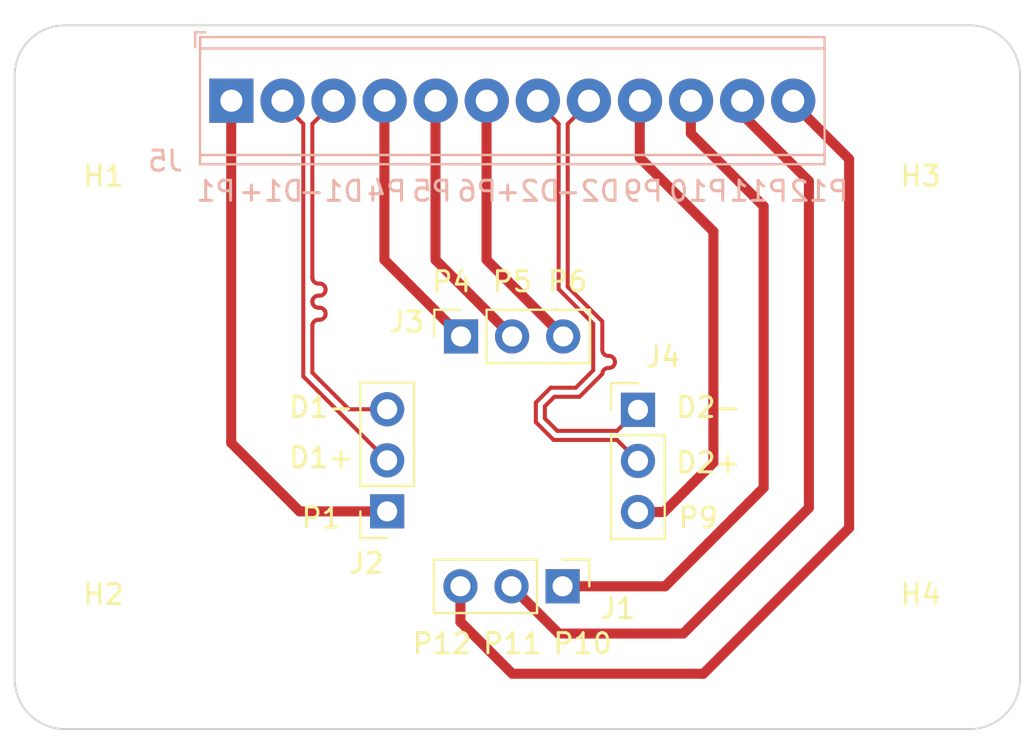
<source format=kicad_pcb>
(kicad_pcb (version 20211014) (generator pcbnew)
  (layers (0 "F.Cu" signal) (31 "B.Cu" signal) (34 "B.Paste" user) (35 "F.Paste" user) (36 "B.SilkS" user "B.Silkscreen") (37 "F.SilkS" user "F.Silkscreen") (38 "B.Mask" user) (39 "F.Mask" user) (44 "Edge.Cuts" user))
  (net 0 "")
  (net 1 "Pin10")
  (net 2 "Pin11")
  (net 3 "Pin12")
  (net 4 "Pin1")
  (net 5 "/D1+")
  (net 6 "/D1-")
  (net 7 "Pin4")
  (net 8 "Pin5")
  (net 9 "Pin6")
  (net 10 "/D2+")
  (net 11 "/D2-")
  (net 12 "Pin9")
  (footprint "MountingHole:MountingHole_2.5mm" (layer "F.Cu") (at 162.56 114.3)
    (fp_text reference "H4" (at 0 -3.5) (layer "F.SilkS"))
    (fp_text value "MountingHole")
    (pad "" np_thru_hole circle (at 0 0) (size 2.5 2.5) (drill 2.5) (layers *.Cu *.Mask))
  )
  (footprint "MountingHole:MountingHole_2.5mm" (layer "F.Cu") (at 162.56 86.36)
    (fp_text reference "H3" (at 0 3.64) (layer "F.SilkS"))
    (fp_text value "MountingHole")
    (pad "" np_thru_hole circle (at 0 0) (size 2.5 2.5) (drill 2.5) (layers *.Cu *.Mask))
  )
  (footprint "MountingHole:MountingHole_2.5mm" (layer "F.Cu") (at 121.92 114.3)
    (fp_text reference "H2" (at 0 -3.5) (layer "F.SilkS"))
    (fp_text value "MountingHole")
    (pad "" np_thru_hole circle (at 0 0) (size 2.5 2.5) (drill 2.5) (layers *.Cu *.Mask))
  )
  (footprint "MountingHole:MountingHole_2.5mm" (layer "F.Cu") (at 121.92 86.36)
    (fp_text reference "H1" (at 0 3.64) (layer "F.SilkS"))
    (fp_text value "MountingHole")
    (pad "" np_thru_hole circle (at 0 0) (size 2.5 2.5) (drill 2.5) (layers *.Cu *.Mask))
  )
  (footprint "Connector_PinSocket_2.54mm:PinSocket_1x03_P2.54mm_Vertical" (layer "F.Cu") (at 136.025 106.675 180)
    (fp_text reference "J2" (at 1.025 -2.575) (layer "F.SilkS"))
    (fp_text value "Conn_01x03")
    (fp_line (start -1.33 1.27) (end 1.33 1.27) (layer "F.SilkS") (width 0.12))
    (fp_line (start 1.33 1.27) (end 1.33 6.41) (layer "F.SilkS") (width 0.12))
    (fp_line (start -1.33 1.27) (end -1.33 6.41) (layer "F.SilkS") (width 0.12))
    (fp_line (start 0 -1.33) (end 1.33 -1.33) (layer "F.SilkS") (width 0.12))
    (fp_line (start -1.33 6.41) (end 1.33 6.41) (layer "F.SilkS") (width 0.12))
    (fp_line (start 1.33 -1.33) (end 1.33 0) (layer "F.SilkS") (width 0.12))
    (pad "1" thru_hole rect (at 0 0 180) (size 1.7 1.7) (drill 1) (layers *.Cu *.Mask) (net 4 "Pin1"))
    (pad "2" thru_hole oval (at 0 2.54 180) (size 1.7 1.7) (drill 1) (layers *.Cu *.Mask) (net 5 "/D1+"))
    (pad "3" thru_hole oval (at 0 5.08 180) (size 1.7 1.7) (drill 1) (layers *.Cu *.Mask) (net 6 "/D1-"))
  )
  (footprint "Connector_PinHeader_2.54mm:PinHeader_1x03_P2.54mm_Vertical" (layer "F.Cu") (at 144.75 110.4 -90)
    (fp_text reference "J1" (at 1.1 -2.75 180) (layer "F.SilkS"))
    (fp_text value "Conn_01x03")
    (fp_line (start 1.33 1.27) (end 1.33 6.41) (layer "F.SilkS") (width 0.12))
    (fp_line (start -1.33 -1.33) (end 0 -1.33) (layer "F.SilkS") (width 0.12))
    (fp_line (start -1.33 1.27) (end 1.33 1.27) (layer "F.SilkS") (width 0.12))
    (fp_line (start -1.33 1.27) (end -1.33 6.41) (layer "F.SilkS") (width 0.12))
    (fp_line (start -1.33 0) (end -1.33 -1.33) (layer "F.SilkS") (width 0.12))
    (fp_line (start -1.33 6.41) (end 1.33 6.41) (layer "F.SilkS") (width 0.12))
    (pad "1" thru_hole rect (at 0 0 270) (size 1.7 1.7) (drill 1) (layers *.Cu *.Mask) (net 1 "Pin10"))
    (pad "2" thru_hole oval (at 0 2.54 270) (size 1.7 1.7) (drill 1) (layers *.Cu *.Mask) (net 2 "Pin11"))
    (pad "3" thru_hole oval (at 0 5.08 270) (size 1.7 1.7) (drill 1) (layers *.Cu *.Mask) (net 3 "Pin12"))
  )
  (footprint "Connector_PinHeader_2.54mm:PinHeader_1x03_P2.54mm_Vertical" (layer "F.Cu") (at 148.5 101.625)
    (fp_text reference "J4" (at 1.25 -2.625 180) (layer "F.SilkS"))
    (fp_text value "Conn_01x03")
    (fp_line (start -1.33 6.41) (end 1.33 6.41) (layer "F.SilkS") (width 0.12))
    (fp_line (start -1.33 -1.33) (end 0 -1.33) (layer "F.SilkS") (width 0.12))
    (fp_line (start -1.33 0) (end -1.33 -1.33) (layer "F.SilkS") (width 0.12))
    (fp_line (start -1.33 1.27) (end -1.33 6.41) (layer "F.SilkS") (width 0.12))
    (fp_line (start 1.33 1.27) (end 1.33 6.41) (layer "F.SilkS") (width 0.12))
    (fp_line (start -1.33 1.27) (end 1.33 1.27) (layer "F.SilkS") (width 0.12))
    (pad "1" thru_hole rect (at 0 0) (size 1.7 1.7) (drill 1) (layers *.Cu *.Mask) (net 11 "/D2-"))
    (pad "2" thru_hole oval (at 0 2.54) (size 1.7 1.7) (drill 1) (layers *.Cu *.Mask) (net 10 "/D2+"))
    (pad "3" thru_hole oval (at 0 5.08) (size 1.7 1.7) (drill 1) (layers *.Cu *.Mask) (net 12 "Pin9"))
  )
  (footprint "Connector_PinSocket_2.54mm:PinSocket_1x03_P2.54mm_Vertical" (layer "F.Cu") (at 139.7 97.975 90)
    (fp_text reference "J3" (at 0.725 -2.7 180) (layer "F.SilkS"))
    (fp_text value "Conn_01x03")
    (fp_line (start 1.33 -1.33) (end 1.33 0) (layer "F.SilkS") (width 0.12))
    (fp_line (start 0 -1.33) (end 1.33 -1.33) (layer "F.SilkS") (width 0.12))
    (fp_line (start -1.33 6.41) (end 1.33 6.41) (layer "F.SilkS") (width 0.12))
    (fp_line (start 1.33 1.27) (end 1.33 6.41) (layer "F.SilkS") (width 0.12))
    (fp_line (start -1.33 1.27) (end -1.33 6.41) (layer "F.SilkS") (width 0.12))
    (fp_line (start -1.33 1.27) (end 1.33 1.27) (layer "F.SilkS") (width 0.12))
    (pad "1" thru_hole rect (at 0 0 90) (size 1.7 1.7) (drill 1) (layers *.Cu *.Mask) (net 7 "Pin4"))
    (pad "2" thru_hole oval (at 0 2.54 90) (size 1.7 1.7) (drill 1) (layers *.Cu *.Mask) (net 8 "Pin5"))
    (pad "3" thru_hole oval (at 0 5.08 90) (size 1.7 1.7) (drill 1) (layers *.Cu *.Mask) (net 9 "Pin6"))
  )
  (footprint "TerminalBlock_Phoenix:TerminalBlock_Phoenix_MPT-0,5-12-2.54_1x12_P2.54mm_Horizontal" (layer "B.Cu") (at 128.28 86.25)
    (fp_text reference "J5" (at -3.28 3) (layer "B.SilkS") (effects (justify mirror)))
    (fp_text value "Conn_01x12")
    (fp_line (start -1.56 3.16) (end -1.56 -3.16) (layer "B.SilkS") (width 0.12))
    (fp_line (start -1.8 -2.66) (end -1.8 -3.4) (layer "B.SilkS") (width 0.12))
    (fp_line (start -1.56 2.7) (end 29.501 2.7) (layer "B.SilkS") (width 0.12))
    (fp_line (start -1.56 -3.16) (end 29.501 -3.16) (layer "B.SilkS") (width 0.12))
    (fp_line (start -1.8 -3.4) (end -1.3 -3.4) (layer "B.SilkS") (width 0.12))
    (fp_line (start -1.56 -2.6) (end 29.501 -2.6) (layer "B.SilkS") (width 0.12))
    (fp_line (start 29.501 3.16) (end 29.501 -3.16) (layer "B.SilkS") (width 0.12))
    (fp_line (start -1.56 3.16) (end 29.501 3.16) (layer "B.SilkS") (width 0.12))
    (pad "1" thru_hole rect (at 0 0) (size 2.2 2.2) (drill 1.1) (layers *.Cu *.Mask) (net 4 "Pin1"))
    (pad "2" thru_hole circle (at 2.54 0) (size 2.2 2.2) (drill 1.1) (layers *.Cu *.Mask) (net 5 "/D1+"))
    (pad "3" thru_hole circle (at 5.08 0) (size 2.2 2.2) (drill 1.1) (layers *.Cu *.Mask) (net 6 "/D1-"))
    (pad "4" thru_hole circle (at 7.62 0) (size 2.2 2.2) (drill 1.1) (layers *.Cu *.Mask) (net 7 "Pin4"))
    (pad "5" thru_hole circle (at 10.16 0) (size 2.2 2.2) (drill 1.1) (layers *.Cu *.Mask) (net 8 "Pin5"))
    (pad "6" thru_hole circle (at 12.7 0) (size 2.2 2.2) (drill 1.1) (layers *.Cu *.Mask) (net 9 "Pin6"))
    (pad "7" thru_hole circle (at 15.24 0) (size 2.2 2.2) (drill 1.1) (layers *.Cu *.Mask) (net 10 "/D2+"))
    (pad "8" thru_hole circle (at 17.78 0) (size 2.2 2.2) (drill 1.1) (layers *.Cu *.Mask) (net 11 "/D2-"))
    (pad "9" thru_hole circle (at 20.32 0) (size 2.2 2.2) (drill 1.1) (layers *.Cu *.Mask) (net 12 "Pin9"))
    (pad "10" thru_hole circle (at 22.86 0) (size 2.2 2.2) (drill 1.1) (layers *.Cu *.Mask) (net 1 "Pin10"))
    (pad "11" thru_hole circle (at 25.4 0) (size 2.2 2.2) (drill 1.1) (layers *.Cu *.Mask) (net 2 "Pin11"))
    (pad "12" thru_hole circle (at 27.94 0) (size 2.2 2.2) (drill 1.1) (layers *.Cu *.Mask) (net 3 "Pin12"))
  )
  (gr_line (start 117.5 115) (end 117.5 85) (layer "Edge.Cuts") (width 0.1))
  (gr_arc (start 167.5 115) (mid 166.767767 116.767767) (end 165 117.5) (layer "Edge.Cuts") (width 0.1))
  (gr_arc (start 165 82.5) (mid 166.767767 83.232233) (end 167.5 85) (layer "Edge.Cuts") (width 0.1))
  (gr_line (start 167.5 85) (end 167.5 115) (layer "Edge.Cuts") (width 0.1))
  (gr_line (start 120 82.5) (end 165 82.5) (layer "Edge.Cuts") (width 0.1))
  (gr_line (start 165 117.5) (end 120 117.5) (layer "Edge.Cuts") (width 0.1))
  (gr_arc (start 117.5 85) (mid 118.232233 83.232233) (end 120 82.5) (layer "Edge.Cuts") (width 0.1))
  (gr_arc (start 120 117.5) (mid 118.232233 116.767767) (end 117.5 115) (layer "Edge.Cuts") (width 0.1))
  (gr_text "P9" (at 148.75 90.75) (layer "B.SilkS") (effects (font (size 1 1)) (justify mirror)))
  (gr_text "D1+" (at 130.25 90.75) (layer "B.SilkS") (effects (font (size 1 1)) (justify mirror)))
  (gr_text "D2+" (at 143 90.75) (layer "B.SilkS") (effects (font (size 1 1)) (justify mirror)))
  (gr_text "D1-" (at 133.25 90.75) (layer "B.SilkS") (effects (font (size 1 1)) (justify mirror)))
  (gr_text "P10" (at 151.5 90.75) (layer "B.SilkS") (effects (font (size 1 1)) (justify mirror)))
  (gr_text "D2-" (at 146 90.75) (layer "B.SilkS") (effects (font (size 1 1)) (justify mirror)))
  (gr_text "P1" (at 127.5 90.75) (layer "B.SilkS") (effects (font (size 1 1)) (justify mirror)))
  (gr_text "P6" (at 140.5 90.75) (layer "B.SilkS") (effects (font (size 1 1)) (justify mirror)))
  (gr_text "P4" (at 136 90.75) (layer "B.SilkS") (effects (font (size 1 1)) (justify mirror)))
  (gr_text "P12" (at 157.5 90.75) (layer "B.SilkS") (effects (font (size 1 1)) (justify mirror)))
  (gr_text "P11" (at 154.5 90.75) (layer "B.SilkS") (effects (font (size 1 1)) (justify mirror)))
  (gr_text "P5" (at 138.25 90.75) (layer "B.SilkS") (effects (font (size 1 1)) (justify mirror)))
  (gr_text "P1" (at 132.75 107) (layer "F.SilkS") (effects (font (size 1 1))))
  (gr_text "P5" (at 142.25 95.25) (layer "F.SilkS") (effects (font (size 1 1))))
  (gr_text "D2-" (at 152 101.5) (layer "F.SilkS") (effects (font (size 1 1))))
  (gr_text "P10" (at 145.75 113.25) (layer "F.SilkS") (effects (font (size 1 1))))
  (gr_text "P9" (at 151.5 107) (layer "F.SilkS") (effects (font (size 1 1))))
  (gr_text "D1-" (at 132.75 101.5) (layer "F.SilkS") (effects (font (size 1 1))))
  (gr_text "P12" (at 138.75 113.25) (layer "F.SilkS") (effects (font (size 1 1))))
  (gr_text "D1+" (at 132.75 104) (layer "F.SilkS") (effects (font (size 1 1))))
  (gr_text "P11" (at 142.25 113.25) (layer "F.SilkS") (effects (font (size 1 1))))
  (gr_text "P6" (at 145 95.25) (layer "F.SilkS") (effects (font (size 1 1))))
  (gr_text "D2+" (at 152 104.25) (layer "F.SilkS") (effects (font (size 1 1))))
  (gr_text "P4" (at 139.25 95.25) (layer "F.SilkS") (effects (font (size 1 1))))
  (segment (start 149.85 110.4) (end 154.75 105.5) (width 0.5) (layer "F.Cu") (net 1))
  (segment (start 154.75 105.5) (end 154.75 91.5) (width 0.5) (layer "F.Cu") (net 1))
  (segment (start 154.75 91.5) (end 151.13 87.88) (width 0.5) (layer "F.Cu") (net 1))
  (segment (start 144.75 110.4) (end 149.85 110.4) (width 0.5) (layer "F.Cu") (net 1))
  (segment (start 151.13 87.88) (end 151.13 86.36) (width 0.5) (layer "F.Cu") (net 1))
  (segment (start 150.75 112.75) (end 157 106.5) (width 0.5) (layer "F.Cu") (net 2))
  (segment (start 144.56 112.75) (end 150.75 112.75) (width 0.5) (layer "F.Cu") (net 2))
  (segment (start 157 106.5) (end 157 90.25) (width 0.5) (layer "F.Cu") (net 2))
  (segment (start 142.21 110.4) (end 144.56 112.75) (width 0.5) (layer "F.Cu") (net 2))
  (segment (start 157 90.25) (end 153.67 86.92) (width 0.5) (layer "F.Cu") (net 2))
  (segment (start 153.67 86.92) (end 153.67 86.36) (width 0.5) (layer "F.Cu") (net 2))
  (segment (start 139.67 112.17) (end 139.67 110.4) (width 0.5) (layer "F.Cu") (net 3))
  (segment (start 159 89.15) (end 159 107.5) (width 0.5) (layer "F.Cu") (net 3))
  (segment (start 156.21 86.36) (end 159 89.15) (width 0.5) (layer "F.Cu") (net 3))
  (segment (start 151.75 114.75) (end 142.25 114.75) (width 0.5) (layer "F.Cu") (net 3))
  (segment (start 142.25 114.75) (end 139.67 112.17) (width 0.5) (layer "F.Cu") (net 3))
  (segment (start 159 107.5) (end 151.75 114.75) (width 0.5) (layer "F.Cu") (net 3))
  (segment (start 128.27 103.27) (end 131.675 106.675) (width 0.5) (layer "F.Cu") (net 4))
  (segment (start 128.27 86.36) (end 128.27 103.27) (width 0.5) (layer "F.Cu") (net 4))
  (segment (start 131.675 106.675) (end 136.025 106.675) (width 0.5) (layer "F.Cu") (net 4))
  (segment (start 130.81 86.36) (end 131.854999 87.404999) (width 0.2) (layer "F.Cu") (net 5))
  (segment (start 131.854999 99.964999) (end 136.025 104.135) (width 0.2) (layer "F.Cu") (net 5))
  (segment (start 131.854999 87.404999) (end 131.854999 99.964999) (width 0.2) (layer "F.Cu") (net 5))
  (segment (start 132.305001 99.778604) (end 132.305001 97.444999) (width 0.2) (layer "F.Cu") (net 6))
  (segment (start 132.305001 94.994999) (end 132.305001 87.404999) (width 0.2) (layer "F.Cu") (net 6))
  (segment (start 132.665349 96.544999) (end 132.605001 96.544999) (width 0.2) (layer "F.Cu") (net 6))
  (segment (start 136.025 101.595) (end 134.121397 101.595) (width 0.2) (layer "F.Cu") (net 6))
  (segment (start 134.121397 101.595) (end 132.305001 99.778604) (width 0.2) (layer "F.Cu") (net 6))
  (segment (start 132.665349 95.344999) (end 132.605001 95.344999) (width 0.2) (layer "F.Cu") (net 6))
  (segment (start 132.305001 87.404999) (end 133.35 86.36) (width 0.2) (layer "F.Cu") (net 6))
  (segment (start 132.605001 97.144999) (end 132.665349 97.144999) (width 0.2) (layer "F.Cu") (net 6))
  (segment (start 132.605001 95.944999) (end 132.665349 95.944999) (width 0.2) (layer "F.Cu") (net 6))
  (segment (start 132.305001 95.044999) (end 132.305001 94.994999) (width 0.2) (layer "F.Cu") (net 6))
  (arc (start 132.305001 97.444999) (mid 132.392869 97.232867) (end 132.605001 97.144999) (width 0.2) (layer "F.Cu") (net 6))
  (arc (start 132.665349 95.944999) (mid 132.877481 95.857131) (end 132.965349 95.644999) (width 0.2) (layer "F.Cu") (net 6))
  (arc (start 132.965349 95.644999) (mid 132.877481 95.432867) (end 132.665349 95.344999) (width 0.2) (layer "F.Cu") (net 6))
  (arc (start 132.605001 96.544999) (mid 132.392869 96.457131) (end 132.305001 96.244999) (width 0.2) (layer "F.Cu") (net 6))
  (arc (start 132.305001 96.244999) (mid 132.392869 96.032867) (end 132.605001 95.944999) (width 0.2) (layer "F.Cu") (net 6))
  (arc (start 132.605001 95.344999) (mid 132.392869 95.257131) (end 132.305001 95.044999) (width 0.2) (layer "F.Cu") (net 6))
  (arc (start 132.965349 96.844999) (mid 132.877481 96.632867) (end 132.665349 96.544999) (width 0.2) (layer "F.Cu") (net 6))
  (arc (start 132.665349 97.144999) (mid 132.877481 97.057131) (end 132.965349 96.844999) (width 0.2) (layer "F.Cu") (net 6))
  (segment (start 135.89 94.165) (end 139.7 97.975) (width 0.5) (layer "F.Cu") (net 7))
  (segment (start 135.89 86.36) (end 135.89 94.165) (width 0.5) (layer "F.Cu") (net 7))
  (segment (start 138.43 94.165) (end 142.24 97.975) (width 0.5) (layer "F.Cu") (net 8))
  (segment (start 138.43 86.36) (end 138.43 94.165) (width 0.5) (layer "F.Cu") (net 8))
  (segment (start 140.97 94.165) (end 144.78 97.975) (width 0.5) (layer "F.Cu") (net 9))
  (segment (start 140.97 86.36) (end 140.97 94.165) (width 0.5) (layer "F.Cu") (net 9))
  (segment (start 144.1568 100.525) (end 145.4068 100.525) (width 0.2) (layer "F.Cu") (net 10))
  (segment (start 145.4068 100.525) (end 146.275 99.6568) (width 0.2) (layer "F.Cu") (net 10))
  (segment (start 144.554999 95.623199) (end 144.554999 87.404999) (width 0.2) (layer "F.Cu") (net 10))
  (segment (start 143.419989 102.238189) (end 143.419989 101.261811) (width 0.2) (layer "F.Cu") (net 10))
  (segment (start 146.275 99.6568) (end 146.275 97.3432) (width 0.2) (layer "F.Cu") (net 10))
  (segment (start 144.301801 103.120001) (end 143.419989 102.238189) (width 0.2) (layer "F.Cu") (net 10))
  (segment (start 144.554999 87.404999) (end 143.51 86.36) (width 0.2) (layer "F.Cu") (net 10))
  (segment (start 148.5 104.165) (end 147.455001 103.120001) (width 0.2) (layer "F.Cu") (net 10))
  (segment (start 143.419989 101.261811) (end 144.1568 100.525) (width 0.2) (layer "F.Cu") (net 10))
  (segment (start 147.455001 103.120001) (end 144.301801 103.120001) (width 0.2) (layer "F.Cu") (net 10))
  (segment (start 146.275 97.3432) (end 144.554999 95.623199) (width 0.2) (layer "F.Cu") (net 10))
  (segment (start 147.455001 102.669999) (end 144.488199 102.669999) (width 0.2) (layer "F.Cu") (net 11))
  (segment (start 148.5 101.625) (end 147.455001 102.669999) (width 0.2) (layer "F.Cu") (net 11))
  (segment (start 145.005001 87.404999) (end 146.05 86.36) (width 0.2) (layer "F.Cu") (net 11))
  (segment (start 147.055319 98.9432) (end 147.025 98.9432) (width 0.2) (layer "F.Cu") (net 11))
  (segment (start 146.725 97.225) (end 145.005001 95.505001) (width 0.2) (layer "F.Cu") (net 11))
  (segment (start 145.5932 100.975) (end 146.725 99.8432) (width 0.2) (layer "F.Cu") (net 11))
  (segment (start 144.488199 102.669999) (end 143.869989 102.051789) (width 0.2) (layer "F.Cu") (net 11))
  (segment (start 144.3432 100.975) (end 145.5932 100.975) (width 0.2) (layer "F.Cu") (net 11))
  (segment (start 147.025 99.5432) (end 147.055319 99.5432) (width 0.2) (layer "F.Cu") (net 11))
  (segment (start 146.725 98.6432) (end 146.725 97.225) (width 0.2) (layer "F.Cu") (net 11))
  (segment (start 143.869989 101.448211) (end 144.3432 100.975) (width 0.2) (layer "F.Cu") (net 11))
  (segment (start 143.869989 102.051789) (end 143.869989 101.448211) (width 0.2) (layer "F.Cu") (net 11))
  (segment (start 145.005001 95.505001) (end 145.005001 87.404999) (width 0.2) (layer "F.Cu") (net 11))
  (arc (start 147.025 98.9432) (mid 146.812868 98.855332) (end 146.725 98.6432) (width 0.2) (layer "F.Cu") (net 11))
  (arc (start 147.055319 99.5432) (mid 147.267451 99.455332) (end 147.355319 99.2432) (width 0.2) (layer "F.Cu") (net 11))
  (arc (start 146.725 99.8432) (mid 146.812868 99.631068) (end 147.025 99.5432) (width 0.2) (layer "F.Cu") (net 11))
  (arc (start 147.355319 99.2432) (mid 147.267451 99.031068) (end 147.055319 98.9432) (width 0.2) (layer "F.Cu") (net 11))
  (segment (start 152.25 92.75) (end 148.59 89.09) (width 0.5) (layer "F.Cu") (net 12))
  (segment (start 152.25 104.25) (end 152.25 92.75) (width 0.5) (layer "F.Cu") (net 12))
  (segment (start 149.795 106.705) (end 152.25 104.25) (width 0.5) (layer "F.Cu") (net 12))
  (segment (start 148.59 89.09) (end 148.59 86.36) (width 0.5) (layer "F.Cu") (net 12))
  (segment (start 148.5 106.705) (end 149.795 106.705) (width 0.5) (layer "F.Cu") (net 12))
)
</source>
